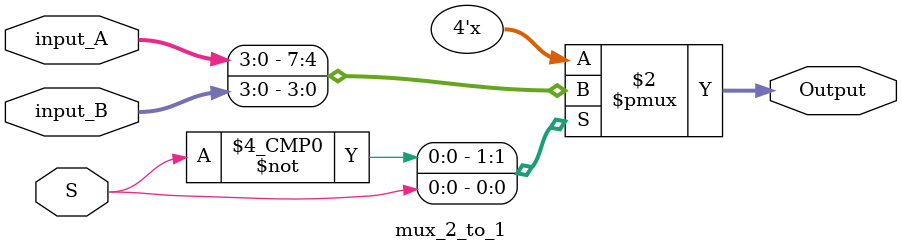
<source format=v>
`timescale 1ns / 1ps
module mux_2_to_1(input_A,input_B,S,Output);
	 
	 input [3:0] input_A;
    input [3:0] input_B;
	 input S;
	 
    output [3:0] Output;
	 reg [3:0] Output;
	 
	 always @ (input_A,input_B,S)
	 begin  : mux_2_to_1_logic
		 case (S)
			1'b0: Output <= input_A;
			1'b1: Output <= input_B;
			default:  Output <= input_A;
		endcase	 
	 end
endmodule

</source>
